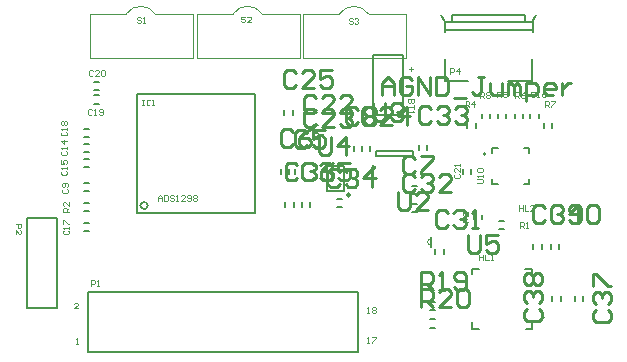
<source format=gto>
G04 Layer_Color=65535*
%FSLAX42Y42*%
%MOMM*%
G71*
G01*
G75*
%ADD30C,0.20*%
%ADD31C,0.25*%
%ADD45C,0.10*%
%ADD46C,0.17*%
%ADD47C,0.25*%
%ADD48C,0.00*%
%ADD49C,0.13*%
%ADD50C,0.20*%
%ADD51C,0.15*%
D30*
X11428Y7596D02*
G03*
X11428Y7596I-10J0D01*
G01*
X11925Y6212D02*
G03*
X11925Y6212I-7J0D01*
G01*
X11745Y7897D02*
Y7938D01*
X11675Y7897D02*
Y7938D01*
X10349Y5918D02*
Y6426D01*
X8063Y5918D02*
Y6426D01*
X10349D01*
X8063Y5918D02*
X10349D01*
X8032Y7610D02*
X8072D01*
X8032Y7680D02*
X8072D01*
X8032Y7482D02*
X8072D01*
X8032Y7553D02*
X8072D01*
X11807Y7897D02*
Y7938D01*
X11878Y7897D02*
Y7938D01*
X8032Y6943D02*
X8072D01*
X8032Y7012D02*
X8072D01*
X8032Y7738D02*
X8072D01*
X8032Y7808D02*
X8072D01*
X8112Y8093D02*
X8153D01*
X8112Y8022D02*
X8153D01*
X8112Y8207D02*
X8153D01*
X8112Y8138D02*
X8153Y8138D01*
X11235Y7425D02*
Y7465D01*
X11305Y7425D02*
Y7465D01*
X11547Y6960D02*
X11588D01*
X11547Y7030D02*
X11588D01*
X8032Y7180D02*
X8073D01*
X8032Y7110D02*
X8072D01*
X11403Y7043D02*
Y7082D01*
X11332Y7043D02*
Y7082D01*
X11922Y7820D02*
Y7860D01*
X11993Y7820D02*
Y7860D01*
X8032Y7280D02*
X8072D01*
X8032Y7350D02*
X8072D01*
X11275Y7818D02*
Y7857D01*
X11345Y7818D02*
Y7857D01*
X11397Y7897D02*
Y7938D01*
X11468Y7897D02*
Y7938D01*
X11532Y7897D02*
Y7938D01*
X11603Y7897D02*
Y7938D01*
X10473Y7926D02*
X10727D01*
X10473D02*
Y8434D01*
X10727D01*
Y7926D02*
Y8434D01*
X10090Y7497D02*
X10090Y7282D01*
X10230D02*
Y7497D01*
X10090D02*
X10230D01*
X10090Y7282D02*
X10230D01*
X10170Y7145D02*
X10210D01*
X10170Y7215D02*
X10210D01*
X9945Y7190D02*
X9945Y7150D01*
X9875Y7150D02*
Y7190D01*
X9805Y7150D02*
Y7190D01*
X9735Y7150D02*
Y7190D01*
X10505Y7625D02*
X10815D01*
X10505Y7575D02*
X10815D01*
Y7625D01*
X10505Y7575D02*
Y7625D01*
X10810Y7105D02*
X10850Y7105D01*
X10810Y7175D02*
X10850Y7175D01*
X10935Y7630D02*
Y7670D01*
X10865Y7670D02*
X10865Y7630D01*
X11075Y6790D02*
X11075Y6750D01*
X11005Y6750D02*
Y6790D01*
X10810Y7255D02*
X10850Y7255D01*
X10810Y7325D02*
X10850Y7325D01*
X10315Y7620D02*
Y7660D01*
X10245Y7620D02*
X10245Y7660D01*
X10455Y7620D02*
Y7660D01*
X10385Y7620D02*
Y7660D01*
X9695Y7430D02*
Y7470D01*
X9765Y7430D02*
Y7470D01*
X9725Y7930D02*
Y7970D01*
X9795Y7930D02*
Y7970D01*
X9815Y7430D02*
Y7470D01*
X9885Y7430D02*
Y7470D01*
X9970Y7725D02*
X10010D01*
X9970Y7655D02*
X10010D01*
X9970Y7845D02*
X10010D01*
X9970Y7775D02*
X10010D01*
X7543Y7057D02*
X7797D01*
X7797Y6295D02*
X7797Y7057D01*
X7543Y6295D02*
X7797D01*
X7543Y7057D02*
X7543Y6295D01*
X11905Y6790D02*
Y6830D01*
X11835Y6790D02*
Y6830D01*
X12055Y6790D02*
Y6830D01*
X11985Y6790D02*
Y6830D01*
X10960Y6345D02*
X11000Y6345D01*
X10960Y6275D02*
X11000D01*
X10960Y6195D02*
X11000D01*
X10960Y6125D02*
X11000Y6125D01*
X12185Y6350D02*
Y6390D01*
X12255Y6350D02*
Y6390D01*
X11995Y6350D02*
Y6390D01*
X12065Y6350D02*
Y6390D01*
D31*
X11647Y8180D02*
G03*
X11647Y8180I-6J0D01*
G01*
X11108Y7097D02*
X11082Y7122D01*
X11032D01*
X11006Y7097D01*
Y6995D01*
X11032Y6970D01*
X11082D01*
X11108Y6995D01*
X11158Y7097D02*
X11184Y7122D01*
X11235D01*
X11260Y7097D01*
Y7072D01*
X11235Y7046D01*
X11209D01*
X11235D01*
X11260Y7021D01*
Y6995D01*
X11235Y6970D01*
X11184D01*
X11158Y6995D01*
X11311Y6970D02*
X11362D01*
X11336D01*
Y7122D01*
X11311Y7097D01*
X10831Y7403D02*
X10806Y7429D01*
X10755D01*
X10729Y7403D01*
Y7302D01*
X10755Y7276D01*
X10806D01*
X10831Y7302D01*
X10882Y7403D02*
X10907Y7429D01*
X10958D01*
X10983Y7403D01*
Y7378D01*
X10958Y7352D01*
X10933D01*
X10958D01*
X10983Y7327D01*
Y7302D01*
X10958Y7276D01*
X10907D01*
X10882Y7302D01*
X11136Y7276D02*
X11034D01*
X11136Y7378D01*
Y7403D01*
X11110Y7429D01*
X11060D01*
X11034Y7403D01*
X10966Y7979D02*
X10941Y8004D01*
X10890D01*
X10865Y7979D01*
Y7877D01*
X10890Y7852D01*
X10941D01*
X10966Y7877D01*
X11017Y7979D02*
X11043Y8004D01*
X11093D01*
X11119Y7979D01*
Y7954D01*
X11093Y7928D01*
X11068D01*
X11093D01*
X11119Y7903D01*
Y7877D01*
X11093Y7852D01*
X11043D01*
X11017Y7877D01*
X11170Y7979D02*
X11195Y8004D01*
X11246D01*
X11271Y7979D01*
Y7954D01*
X11246Y7928D01*
X11220D01*
X11246D01*
X11271Y7903D01*
Y7877D01*
X11246Y7852D01*
X11195D01*
X11170Y7877D01*
X10193Y7442D02*
X10168Y7468D01*
X10117D01*
X10091Y7442D01*
Y7341D01*
X10117Y7316D01*
X10168D01*
X10193Y7341D01*
X10244Y7442D02*
X10269Y7468D01*
X10320D01*
X10345Y7442D01*
Y7417D01*
X10320Y7392D01*
X10295D01*
X10320D01*
X10345Y7366D01*
Y7341D01*
X10320Y7316D01*
X10269D01*
X10244Y7341D01*
X10472Y7316D02*
Y7468D01*
X10396Y7392D01*
X10498D01*
X9976Y7499D02*
X9951Y7524D01*
X9900D01*
X9874Y7499D01*
Y7397D01*
X9900Y7372D01*
X9951D01*
X9976Y7397D01*
X10027Y7499D02*
X10052Y7524D01*
X10103D01*
X10128Y7499D01*
Y7473D01*
X10103Y7448D01*
X10078D01*
X10103D01*
X10128Y7423D01*
Y7397D01*
X10103Y7372D01*
X10052D01*
X10027Y7397D01*
X10281Y7524D02*
X10179D01*
Y7448D01*
X10230Y7473D01*
X10255D01*
X10281Y7448D01*
Y7397D01*
X10255Y7372D01*
X10205D01*
X10179Y7397D01*
X9837Y7499D02*
X9812Y7524D01*
X9761D01*
X9736Y7499D01*
Y7397D01*
X9761Y7372D01*
X9812D01*
X9837Y7397D01*
X9888Y7499D02*
X9913Y7524D01*
X9964D01*
X9990Y7499D01*
Y7473D01*
X9964Y7448D01*
X9939D01*
X9964D01*
X9990Y7423D01*
Y7397D01*
X9964Y7372D01*
X9913D01*
X9888Y7397D01*
X10142Y7524D02*
X10091Y7499D01*
X10040Y7448D01*
Y7397D01*
X10066Y7372D01*
X10117D01*
X10142Y7397D01*
Y7423D01*
X10117Y7448D01*
X10040D01*
X10480Y8031D02*
Y7904D01*
X10505Y7878D01*
X10556D01*
X10581Y7904D01*
Y8031D01*
X10632Y8005D02*
X10658Y8031D01*
X10708D01*
X10734Y8005D01*
Y7980D01*
X10708Y7955D01*
X10683D01*
X10708D01*
X10734Y7929D01*
Y7904D01*
X10708Y7878D01*
X10658D01*
X10632Y7904D01*
X10017Y7739D02*
Y7612D01*
X10042Y7586D01*
X10093D01*
X10119Y7612D01*
Y7739D01*
X10246Y7586D02*
Y7739D01*
X10169Y7663D01*
X10271D01*
X10550Y8092D02*
Y8194D01*
X10601Y8244D01*
X10651Y8194D01*
Y8092D01*
Y8168D01*
X10550D01*
X10804Y8219D02*
X10778Y8244D01*
X10728D01*
X10702Y8219D01*
Y8117D01*
X10728Y8092D01*
X10778D01*
X10804Y8117D01*
Y8168D01*
X10753D01*
X10855Y8092D02*
Y8244D01*
X10956Y8092D01*
Y8244D01*
X11007D02*
Y8092D01*
X11083D01*
X11109Y8117D01*
Y8219D01*
X11083Y8244D01*
X11007D01*
X11159Y8067D02*
X11261D01*
X11413Y8244D02*
X11362D01*
X11388D01*
Y8117D01*
X11362Y8092D01*
X11337D01*
X11312Y8117D01*
X11464Y8194D02*
Y8117D01*
X11489Y8092D01*
X11566D01*
Y8194D01*
X11616Y8092D02*
Y8194D01*
X11642D01*
X11667Y8168D01*
Y8092D01*
Y8168D01*
X11693Y8194D01*
X11718Y8168D01*
Y8092D01*
X11769Y8041D02*
Y8194D01*
X11845D01*
X11870Y8168D01*
Y8117D01*
X11845Y8092D01*
X11769D01*
X11997D02*
X11946D01*
X11921Y8117D01*
Y8168D01*
X11946Y8194D01*
X11997D01*
X12023Y8168D01*
Y8143D01*
X11921D01*
X12073Y8194D02*
Y8092D01*
Y8143D01*
X12099Y8168D01*
X12124Y8194D01*
X12150D01*
X9918Y7778D02*
X9893Y7803D01*
X9842D01*
X9816Y7778D01*
Y7676D01*
X9842Y7651D01*
X9893D01*
X9918Y7676D01*
X10070Y7803D02*
X9969D01*
Y7727D01*
X10020Y7753D01*
X10045D01*
X10070Y7727D01*
Y7676D01*
X10045Y7651D01*
X9994D01*
X9969Y7676D01*
X9798Y7779D02*
X9773Y7804D01*
X9722D01*
X9697Y7779D01*
Y7677D01*
X9722Y7652D01*
X9773D01*
X9798Y7677D01*
X9951Y7804D02*
X9900Y7779D01*
X9849Y7728D01*
Y7677D01*
X9874Y7652D01*
X9925D01*
X9951Y7677D01*
Y7703D01*
X9925Y7728D01*
X9849D01*
X10832Y7554D02*
X10806Y7579D01*
X10756D01*
X10730Y7554D01*
Y7452D01*
X10756Y7427D01*
X10806D01*
X10832Y7452D01*
X10883Y7579D02*
X10984D01*
Y7554D01*
X10883Y7452D01*
Y7427D01*
X10347Y7967D02*
X10321Y7993D01*
X10270D01*
X10245Y7967D01*
Y7866D01*
X10270Y7840D01*
X10321D01*
X10347Y7866D01*
X10397Y7967D02*
X10423Y7993D01*
X10473D01*
X10499Y7967D01*
Y7942D01*
X10473Y7916D01*
X10499Y7891D01*
Y7866D01*
X10473Y7840D01*
X10423D01*
X10397Y7866D01*
Y7891D01*
X10423Y7916D01*
X10397Y7942D01*
Y7967D01*
X10423Y7916D02*
X10473D01*
X9992Y8074D02*
X9967Y8099D01*
X9916D01*
X9890Y8074D01*
Y7972D01*
X9916Y7947D01*
X9967D01*
X9992Y7972D01*
X10144Y7947D02*
X10043D01*
X10144Y8049D01*
Y8074D01*
X10119Y8099D01*
X10068D01*
X10043Y8074D01*
X10297Y7947D02*
X10195D01*
X10297Y8049D01*
Y8074D01*
X10271Y8099D01*
X10221D01*
X10195Y8074D01*
X9993Y7954D02*
X9967Y7980D01*
X9916D01*
X9891Y7954D01*
Y7853D01*
X9916Y7827D01*
X9967D01*
X9993Y7853D01*
X10145Y7827D02*
X10043D01*
X10145Y7929D01*
Y7954D01*
X10120Y7980D01*
X10069D01*
X10043Y7954D01*
X10196D02*
X10221Y7980D01*
X10272D01*
X10297Y7954D01*
Y7929D01*
X10272Y7903D01*
X10247D01*
X10272D01*
X10297Y7878D01*
Y7853D01*
X10272Y7827D01*
X10221D01*
X10196Y7853D01*
X10487Y7968D02*
X10461Y7993D01*
X10410D01*
X10385Y7968D01*
Y7866D01*
X10410Y7841D01*
X10461D01*
X10487Y7866D01*
X10639Y7841D02*
X10537D01*
X10639Y7942D01*
Y7968D01*
X10614Y7993D01*
X10563D01*
X10537Y7968D01*
X10766Y7841D02*
Y7993D01*
X10690Y7917D01*
X10791D01*
X9827Y8279D02*
X9802Y8304D01*
X9751D01*
X9726Y8279D01*
Y8177D01*
X9751Y8152D01*
X9802D01*
X9827Y8177D01*
X9980Y8152D02*
X9878D01*
X9980Y8254D01*
Y8279D01*
X9954Y8304D01*
X9903D01*
X9878Y8279D01*
X10132Y8304D02*
X10030D01*
Y8228D01*
X10081Y8254D01*
X10107D01*
X10132Y8228D01*
Y8177D01*
X10107Y8152D01*
X10056D01*
X10030Y8177D01*
X10688Y7274D02*
Y7147D01*
X10713Y7122D01*
X10764D01*
X10789Y7147D01*
Y7274D01*
X10941Y7122D02*
X10840D01*
X10941Y7223D01*
Y7248D01*
X10916Y7274D01*
X10865D01*
X10840Y7248D01*
X12363Y6272D02*
X12338Y6246D01*
Y6195D01*
X12363Y6170D01*
X12465D01*
X12490Y6195D01*
Y6246D01*
X12465Y6272D01*
X12363Y6322D02*
X12338Y6348D01*
Y6399D01*
X12363Y6424D01*
X12388D01*
X12414Y6399D01*
Y6373D01*
Y6399D01*
X12439Y6424D01*
X12465D01*
X12490Y6399D01*
Y6348D01*
X12465Y6322D01*
X12338Y6475D02*
Y6576D01*
X12363D01*
X12465Y6475D01*
X12490D01*
X11783Y6282D02*
X11758Y6256D01*
Y6205D01*
X11783Y6180D01*
X11885D01*
X11910Y6205D01*
Y6256D01*
X11885Y6282D01*
X11783Y6332D02*
X11758Y6358D01*
Y6409D01*
X11783Y6434D01*
X11808D01*
X11834Y6409D01*
Y6383D01*
Y6409D01*
X11859Y6434D01*
X11885D01*
X11910Y6409D01*
Y6358D01*
X11885Y6332D01*
X11783Y6485D02*
X11758Y6510D01*
Y6561D01*
X11783Y6586D01*
X11808D01*
X11834Y6561D01*
X11859Y6586D01*
X11885D01*
X11910Y6561D01*
Y6510D01*
X11885Y6485D01*
X11859D01*
X11834Y6510D01*
X11808Y6485D01*
X11783D01*
X11834Y6510D02*
Y6561D01*
X11936Y7138D02*
X11911Y7164D01*
X11860D01*
X11835Y7138D01*
Y7037D01*
X11860Y7011D01*
X11911D01*
X11936Y7037D01*
X11987Y7138D02*
X12013Y7164D01*
X12063D01*
X12089Y7138D01*
Y7113D01*
X12063Y7088D01*
X12038D01*
X12063D01*
X12089Y7062D01*
Y7037D01*
X12063Y7011D01*
X12013D01*
X11987Y7037D01*
X12140D02*
X12165Y7011D01*
X12216D01*
X12241Y7037D01*
Y7138D01*
X12216Y7164D01*
X12165D01*
X12140Y7138D01*
Y7113D01*
X12165Y7088D01*
X12241D01*
X12086Y7138D02*
X12061Y7164D01*
X12010D01*
X11985Y7138D01*
Y7037D01*
X12010Y7011D01*
X12061D01*
X12086Y7037D01*
X12213Y7011D02*
Y7164D01*
X12137Y7088D01*
X12239D01*
X12289Y7138D02*
X12315Y7164D01*
X12366D01*
X12391Y7138D01*
Y7037D01*
X12366Y7011D01*
X12315D01*
X12289Y7037D01*
Y7138D01*
X10880Y6447D02*
Y6599D01*
X10957D01*
X10982Y6574D01*
Y6523D01*
X10957Y6498D01*
X10880D01*
X10931D02*
X10982Y6447D01*
X11033D02*
X11084D01*
X11058D01*
Y6599D01*
X11033Y6574D01*
X11160Y6472D02*
X11185Y6447D01*
X11236D01*
X11261Y6472D01*
Y6574D01*
X11236Y6599D01*
X11185D01*
X11160Y6574D01*
Y6549D01*
X11185Y6523D01*
X11261D01*
X10880Y6297D02*
Y6449D01*
X10957D01*
X10982Y6424D01*
Y6373D01*
X10957Y6348D01*
X10880D01*
X10931D02*
X10982Y6297D01*
X11134D02*
X11033D01*
X11134Y6399D01*
Y6424D01*
X11109Y6449D01*
X11058D01*
X11033Y6424D01*
X11185D02*
X11211Y6449D01*
X11261D01*
X11287Y6424D01*
Y6322D01*
X11261Y6297D01*
X11211D01*
X11185Y6322D01*
Y6424D01*
X11280Y6914D02*
Y6787D01*
X11305Y6761D01*
X11356D01*
X11382Y6787D01*
Y6914D01*
X11534D02*
X11432D01*
Y6837D01*
X11483Y6863D01*
X11509D01*
X11534Y6837D01*
Y6787D01*
X11509Y6761D01*
X11458D01*
X11432Y6787D01*
D45*
X8635Y8780D02*
G03*
X8385Y8780I-125J-83D01*
G01*
X9540D02*
G03*
X9290Y8780I-125J-83D01*
G01*
X10440D02*
G03*
X10190Y8780I-125J-83D01*
G01*
X8080Y8780D02*
X8385D01*
X8955Y8412D02*
Y8780D01*
X8635Y8780D02*
X8952D01*
X8080Y8415D02*
Y8780D01*
Y8415D02*
X8083Y8412D01*
X8955Y8412D01*
X8985Y8780D02*
X9290D01*
X9860Y8412D02*
Y8780D01*
X9540Y8780D02*
X9857D01*
X8985Y8415D02*
Y8780D01*
Y8415D02*
X8988Y8412D01*
X9860D01*
X9885Y8780D02*
X10190D01*
X10760Y8412D02*
Y8780D01*
X10440Y8780D02*
X10757D01*
X9885Y8415D02*
Y8780D01*
Y8415D02*
X9888Y8412D01*
X10760D01*
X7450Y7000D02*
X7500D01*
Y6975D01*
X7492Y6967D01*
X7475D01*
X7467Y6975D01*
Y7000D01*
X7450Y6917D02*
Y6950D01*
X7483Y6917D01*
X7492D01*
X7500Y6925D01*
Y6942D01*
X7492Y6950D01*
X10820Y8060D02*
X10770D01*
Y8035D01*
X10778Y8027D01*
X10787D01*
X10795Y8035D01*
Y8060D01*
Y8035D01*
X10803Y8027D01*
X10812D01*
X10820Y8035D01*
Y8060D01*
Y8010D02*
Y7977D01*
Y7993D01*
X10770D01*
Y7960D02*
Y7943D01*
Y7952D01*
X10820D01*
X10812Y7960D01*
X7846Y7623D02*
X7838Y7615D01*
Y7598D01*
X7846Y7590D01*
X7879D01*
X7888Y7598D01*
Y7615D01*
X7879Y7623D01*
X7888Y7640D02*
Y7657D01*
Y7648D01*
X7838D01*
X7846Y7640D01*
X7888Y7707D02*
X7838D01*
X7863Y7682D01*
Y7715D01*
X7846Y7456D02*
X7838Y7447D01*
Y7431D01*
X7846Y7422D01*
X7879D01*
X7888Y7431D01*
Y7447D01*
X7879Y7456D01*
X7888Y7472D02*
Y7489D01*
Y7481D01*
X7838D01*
X7846Y7472D01*
X7838Y7547D02*
Y7514D01*
X7863D01*
X7854Y7531D01*
Y7539D01*
X7863Y7547D01*
X7879D01*
X7888Y7539D01*
Y7522D01*
X7879Y7514D01*
X11846Y8117D02*
X11837Y8125D01*
X11821D01*
X11812Y8117D01*
Y8083D01*
X11821Y8075D01*
X11837D01*
X11846Y8083D01*
X11862Y8075D02*
X11879D01*
X11871D01*
Y8125D01*
X11862Y8117D01*
X11937Y8125D02*
X11921Y8117D01*
X11904Y8100D01*
Y8083D01*
X11912Y8075D01*
X11929D01*
X11937Y8083D01*
Y8092D01*
X11929Y8100D01*
X11904D01*
X7861Y6948D02*
X7853Y6940D01*
Y6923D01*
X7861Y6915D01*
X7894D01*
X7903Y6923D01*
Y6940D01*
X7894Y6948D01*
X7903Y6965D02*
Y6982D01*
Y6973D01*
X7853D01*
X7861Y6965D01*
X7853Y7007D02*
Y7040D01*
X7861D01*
X7894Y7007D01*
X7903D01*
X7846Y7786D02*
X7838Y7777D01*
Y7761D01*
X7846Y7753D01*
X7879D01*
X7888Y7761D01*
Y7777D01*
X7879Y7786D01*
X7888Y7802D02*
Y7819D01*
Y7811D01*
X7838D01*
X7846Y7802D01*
Y7844D02*
X7838Y7852D01*
Y7869D01*
X7846Y7877D01*
X7854D01*
X7863Y7869D01*
X7871Y7877D01*
X7879D01*
X7888Y7869D01*
Y7852D01*
X7879Y7844D01*
X7871D01*
X7863Y7852D01*
X7854Y7844D01*
X7846D01*
X7863Y7852D02*
Y7869D01*
X8098Y7972D02*
X8090Y7980D01*
X8073D01*
X8065Y7972D01*
Y7938D01*
X8073Y7930D01*
X8090D01*
X8098Y7938D01*
X8115Y7930D02*
X8132D01*
X8123D01*
Y7980D01*
X8115Y7972D01*
X8157Y7938D02*
X8165Y7930D01*
X8182D01*
X8190Y7938D01*
Y7972D01*
X8182Y7980D01*
X8165D01*
X8157Y7972D01*
Y7963D01*
X8165Y7955D01*
X8190D01*
X8106Y8302D02*
X8097Y8310D01*
X8081D01*
X8072Y8302D01*
Y8268D01*
X8081Y8260D01*
X8097D01*
X8106Y8268D01*
X8156Y8260D02*
X8122D01*
X8156Y8293D01*
Y8302D01*
X8147Y8310D01*
X8131D01*
X8122Y8302D01*
X8172D02*
X8181Y8310D01*
X8197D01*
X8206Y8302D01*
Y8268D01*
X8197Y8260D01*
X8181D01*
X8172Y8268D01*
Y8302D01*
X11168Y7428D02*
X11160Y7420D01*
Y7403D01*
X11168Y7395D01*
X11202D01*
X11210Y7403D01*
Y7420D01*
X11202Y7428D01*
X11210Y7478D02*
Y7445D01*
X11177Y7478D01*
X11168D01*
X11160Y7470D01*
Y7453D01*
X11168Y7445D01*
X11210Y7495D02*
Y7512D01*
Y7503D01*
X11160D01*
X11168Y7495D01*
X11378Y6745D02*
Y6695D01*
Y6720D01*
X11411D01*
Y6745D01*
Y6695D01*
X11427Y6745D02*
Y6695D01*
X11461D01*
X11477D02*
X11494D01*
X11486D01*
Y6745D01*
X11477Y6737D01*
X11710Y7165D02*
Y7115D01*
Y7140D01*
X11743D01*
Y7165D01*
Y7115D01*
X11760Y7165D02*
Y7115D01*
X11793D01*
X11843D02*
X11810D01*
X11843Y7148D01*
Y7157D01*
X11835Y7165D01*
X11818D01*
X11810Y7157D01*
X8088Y6480D02*
Y6530D01*
X8112D01*
X8121Y6522D01*
Y6505D01*
X8112Y6497D01*
X8088D01*
X8137Y6480D02*
X8154D01*
X8146D01*
Y6530D01*
X8137Y6522D01*
X11725Y6970D02*
Y7020D01*
X11750D01*
X11758Y7012D01*
Y6995D01*
X11750Y6987D01*
X11725D01*
X11742D02*
X11758Y6970D01*
X11775D02*
X11792D01*
X11783D01*
Y7020D01*
X11775Y7012D01*
X7900Y7107D02*
X7850D01*
Y7132D01*
X7858Y7141D01*
X7875D01*
X7883Y7132D01*
Y7107D01*
Y7124D02*
X7900Y7141D01*
Y7191D02*
Y7157D01*
X7867Y7191D01*
X7858D01*
X7850Y7182D01*
Y7166D01*
X7858Y7157D01*
X11285Y7018D02*
X11235D01*
Y7042D01*
X11243Y7051D01*
X11260D01*
X11268Y7042D01*
Y7018D01*
Y7034D02*
X11285Y7051D01*
X11243Y7067D02*
X11235Y7076D01*
Y7092D01*
X11243Y7101D01*
X11252D01*
X11260Y7092D01*
Y7084D01*
Y7092D01*
X11268Y7101D01*
X11277D01*
X11285Y7092D01*
Y7076D01*
X11277Y7067D01*
X11260Y7993D02*
Y8042D01*
X11285D01*
X11293Y8034D01*
Y8017D01*
X11285Y8009D01*
X11260D01*
X11277D02*
X11293Y7993D01*
X11335D02*
Y8042D01*
X11310Y8017D01*
X11343D01*
X11528Y8075D02*
Y8125D01*
X11552D01*
X11561Y8117D01*
Y8100D01*
X11552Y8092D01*
X11528D01*
X11544D02*
X11561Y8075D01*
X11611Y8125D02*
X11577D01*
Y8100D01*
X11594Y8108D01*
X11602D01*
X11611Y8100D01*
Y8083D01*
X11602Y8075D01*
X11586D01*
X11577Y8083D01*
X11680Y8072D02*
Y8122D01*
X11705D01*
X11713Y8114D01*
Y8097D01*
X11705Y8089D01*
X11680D01*
X11697D02*
X11713Y8072D01*
X11763Y8122D02*
X11747Y8114D01*
X11730Y8097D01*
Y8081D01*
X11738Y8072D01*
X11755D01*
X11763Y8081D01*
Y8089D01*
X11755Y8097D01*
X11730D01*
X11932Y7995D02*
Y8045D01*
X11957D01*
X11966Y8037D01*
Y8020D01*
X11957Y8012D01*
X11932D01*
X11949D02*
X11966Y7995D01*
X11982Y8045D02*
X12016D01*
Y8037D01*
X11982Y8003D01*
Y7995D01*
X11382Y8070D02*
Y8120D01*
X11407D01*
X11416Y8112D01*
Y8095D01*
X11407Y8087D01*
X11382D01*
X11399D02*
X11416Y8070D01*
X11432Y8112D02*
X11441Y8120D01*
X11457D01*
X11466Y8112D01*
Y8103D01*
X11457Y8095D01*
X11466Y8087D01*
Y8078D01*
X11457Y8070D01*
X11441D01*
X11432Y8078D01*
Y8087D01*
X11441Y8095D01*
X11432Y8103D01*
Y8112D01*
X11441Y8095D02*
X11457D01*
X8513Y8744D02*
X8505Y8752D01*
X8488D01*
X8480Y8744D01*
Y8736D01*
X8488Y8727D01*
X8505D01*
X8513Y8719D01*
Y8711D01*
X8505Y8703D01*
X8488D01*
X8480Y8711D01*
X8530Y8703D02*
X8547D01*
X8538D01*
Y8752D01*
X8530Y8744D01*
X11358Y7353D02*
X11399D01*
X11407Y7361D01*
Y7377D01*
X11399Y7386D01*
X11358D01*
X11407Y7402D02*
Y7419D01*
Y7411D01*
X11358D01*
X11366Y7402D01*
Y7444D02*
X11358Y7452D01*
Y7469D01*
X11366Y7477D01*
X11399D01*
X11407Y7469D01*
Y7452D01*
X11399Y7444D01*
X11366D01*
X8660Y7200D02*
Y7233D01*
X8677Y7250D01*
X8693Y7233D01*
Y7200D01*
Y7225D01*
X8660D01*
X8710Y7250D02*
Y7200D01*
X8735D01*
X8743Y7208D01*
Y7242D01*
X8735Y7250D01*
X8710D01*
X8793Y7242D02*
X8785Y7250D01*
X8768D01*
X8760Y7242D01*
Y7233D01*
X8768Y7225D01*
X8785D01*
X8793Y7217D01*
Y7208D01*
X8785Y7200D01*
X8768D01*
X8760Y7208D01*
X8810Y7200D02*
X8827D01*
X8818D01*
Y7250D01*
X8810Y7242D01*
X8885Y7200D02*
X8852D01*
X8885Y7233D01*
Y7242D01*
X8877Y7250D01*
X8860D01*
X8852Y7242D01*
X8902Y7208D02*
X8910Y7200D01*
X8927D01*
X8935Y7208D01*
Y7242D01*
X8927Y7250D01*
X8910D01*
X8902Y7242D01*
Y7233D01*
X8910Y7225D01*
X8935D01*
X8952Y7242D02*
X8960Y7250D01*
X8977D01*
X8985Y7242D01*
Y7233D01*
X8977Y7225D01*
X8985Y7217D01*
Y7208D01*
X8977Y7200D01*
X8960D01*
X8952Y7208D01*
Y7217D01*
X8960Y7225D01*
X8952Y7233D01*
Y7242D01*
X8960Y7225D02*
X8977D01*
X8518Y8057D02*
X8534D01*
X8526D01*
Y8007D01*
X8518D01*
X8534D01*
X8592Y8049D02*
X8584Y8057D01*
X8567D01*
X8559Y8049D01*
Y8016D01*
X8567Y8007D01*
X8584D01*
X8592Y8016D01*
X8609Y8007D02*
X8626D01*
X8617D01*
Y8057D01*
X8609Y8049D01*
X7853Y7303D02*
X7845Y7295D01*
Y7278D01*
X7853Y7270D01*
X7887D01*
X7895Y7278D01*
Y7295D01*
X7887Y7303D01*
Y7320D02*
X7895Y7328D01*
Y7345D01*
X7887Y7353D01*
X7853D01*
X7845Y7345D01*
Y7328D01*
X7853Y7320D01*
X7862D01*
X7870Y7328D01*
Y7353D01*
X11130Y8270D02*
Y8320D01*
X11155D01*
X11163Y8312D01*
Y8295D01*
X11155Y8287D01*
X11130D01*
X11205Y8270D02*
Y8320D01*
X11180Y8295D01*
X11213D01*
X9393Y8752D02*
X9385Y8760D01*
X9368D01*
X9360Y8752D01*
Y8743D01*
X9368Y8735D01*
X9385D01*
X9393Y8727D01*
Y8718D01*
X9385Y8710D01*
X9368D01*
X9360Y8718D01*
X9443Y8710D02*
X9410D01*
X9443Y8743D01*
Y8752D01*
X9435Y8760D01*
X9418D01*
X9410Y8752D01*
X10303Y8742D02*
X10295Y8750D01*
X10278D01*
X10270Y8742D01*
Y8733D01*
X10278Y8725D01*
X10295D01*
X10303Y8717D01*
Y8708D01*
X10295Y8700D01*
X10278D01*
X10270Y8708D01*
X10320Y8742D02*
X10328Y8750D01*
X10345D01*
X10353Y8742D01*
Y8733D01*
X10345Y8725D01*
X10337D01*
X10345D01*
X10353Y8717D01*
Y8708D01*
X10345Y8700D01*
X10328D01*
X10320Y8708D01*
X7981Y6288D02*
X7947D01*
X7981Y6321D01*
Y6329D01*
X7972Y6337D01*
X7956D01*
X7947Y6329D01*
X7962Y5988D02*
X7979D01*
X7971D01*
Y6037D01*
X7962Y6029D01*
X10425Y5994D02*
X10442D01*
X10434D01*
Y6044D01*
X10425Y6036D01*
X10467Y6044D02*
X10500D01*
Y6036D01*
X10467Y6003D01*
Y5994D01*
X10425Y6248D02*
X10442D01*
X10434D01*
Y6298D01*
X10425Y6290D01*
X10467D02*
X10475Y6298D01*
X10492D01*
X10500Y6290D01*
Y6282D01*
X10492Y6273D01*
X10500Y6265D01*
Y6257D01*
X10492Y6248D01*
X10475D01*
X10467Y6257D01*
Y6265D01*
X10475Y6273D01*
X10467Y6282D01*
Y6290D01*
X10475Y6273D02*
X10492D01*
X10800Y8332D02*
Y8299D01*
X10817Y8316D02*
X10783D01*
D46*
X8568Y7160D02*
G03*
X8568Y7160I-30J0D01*
G01*
D47*
X10282Y7250D02*
G03*
X10282Y7250I-12J0D01*
G01*
X10493Y7480D02*
G03*
X10493Y7480I-12J0D01*
G01*
D48*
X10970Y6880D02*
G03*
X10970Y6820I0J-30D01*
G01*
D49*
X11488Y7605D02*
Y7650D01*
Y7340D02*
X11488Y7385D01*
X11797Y7605D02*
Y7650D01*
Y7340D02*
Y7385D01*
X11488Y7650D02*
X11532D01*
X11488Y7340D02*
X11532D01*
X11753Y7650D02*
X11797D01*
X11753Y7340D02*
X11797D01*
X11084Y8646D02*
Y8716D01*
Y8626D02*
Y8646D01*
X11084Y8216D02*
Y8401D01*
X11829Y8646D02*
Y8726D01*
X11829Y8626D02*
X11829Y8646D01*
X11824Y8216D02*
X11824Y8401D01*
X11084Y8216D02*
X11279D01*
X11084Y8716D02*
X11824D01*
X11854Y8776D01*
X11054Y8776D02*
X11084Y8716D01*
X11619Y8216D02*
X11824D01*
X11084Y8647D02*
X11824D01*
X11764Y8716D02*
Y8776D01*
X11144D02*
X11764D01*
X11144Y8716D02*
Y8776D01*
X11765Y6625D02*
X11825D01*
Y6570D02*
Y6625D01*
X11315D02*
X11370D01*
X11315Y6580D02*
Y6625D01*
Y6115D02*
Y6175D01*
Y6115D02*
X11370D01*
X11825D02*
Y6175D01*
X11770Y6115D02*
X11825D01*
D50*
X8478Y7100D02*
X9478D01*
Y8100D01*
X8478D02*
X9478D01*
X8478Y7100D02*
Y8100D01*
D51*
X10970Y6880D02*
X10970Y6891D01*
X10970Y6820D02*
Y6880D01*
Y6809D02*
Y6820D01*
M02*

</source>
